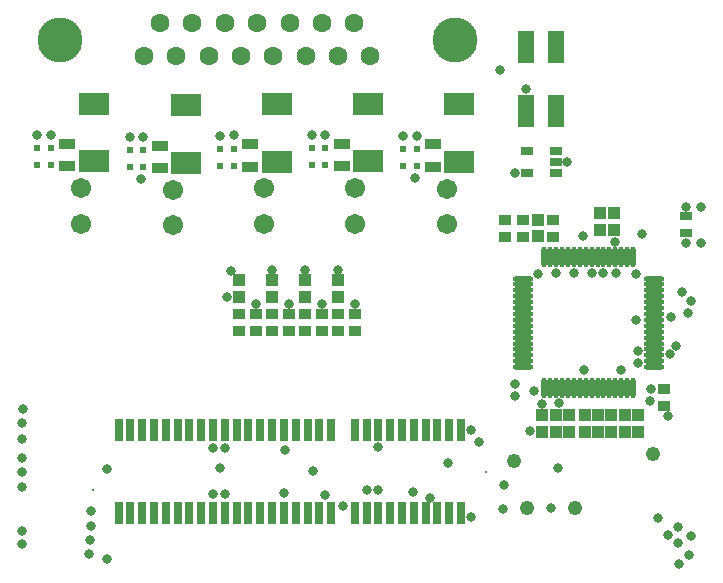
<source format=gts>
%FSLAX25Y25*%
%MOIN*%
G70*
G01*
G75*
G04 Layer_Color=8388736*
%ADD10R,0.03150X0.03150*%
%ADD11O,0.00984X0.05906*%
%ADD12O,0.05906X0.00984*%
%ADD13R,0.03543X0.02559*%
%ADD14R,0.01575X0.01378*%
%ADD15R,0.09449X0.06693*%
%ADD16R,0.04528X0.02756*%
%ADD17R,0.03150X0.02362*%
%ADD18R,0.03543X0.02362*%
%ADD19R,0.05000X0.10000*%
%ADD20C,0.04000*%
%ADD21R,0.02400X0.07400*%
%ADD22C,0.03000*%
%ADD23C,0.00800*%
%ADD24C,0.02000*%
%ADD25C,0.01500*%
%ADD26C,0.02500*%
%ADD27C,0.01000*%
%ADD28C,0.00700*%
%ADD29C,0.01200*%
%ADD30R,0.05700X0.15400*%
%ADD31R,0.07500X0.37100*%
%ADD32R,0.06900X0.17500*%
%ADD33R,0.31800X0.05600*%
%ADD34R,0.45600X0.06300*%
%ADD35R,0.08100X0.04200*%
%ADD36R,0.09200X0.14200*%
%ADD37R,0.09400X0.04200*%
%ADD38R,0.23100X0.07700*%
%ADD39R,0.14800X0.05700*%
%ADD40R,0.03600X0.14100*%
%ADD41R,0.02200X0.05400*%
%ADD42R,0.02158X0.06200*%
%ADD43R,0.22800X0.13900*%
%ADD44C,0.05906*%
%ADD45C,0.05512*%
%ADD46C,0.14173*%
%ADD47C,0.02500*%
%ADD48R,0.09449X0.02992*%
%ADD49R,0.38300X0.04600*%
%ADD50R,0.25500X0.07100*%
%ADD51R,0.15800X0.14200*%
%ADD52R,0.21700X0.05400*%
%ADD53R,0.25000X0.07200*%
%ADD54R,0.23800X0.05800*%
%ADD55R,0.25700X0.08500*%
%ADD56R,0.24900X0.08000*%
%ADD57C,0.02362*%
%ADD58C,0.00984*%
%ADD59C,0.00600*%
%ADD60C,0.00787*%
%ADD61R,0.03950X0.03950*%
%ADD62O,0.01784X0.06706*%
%ADD63O,0.06706X0.01784*%
%ADD64R,0.04343X0.03359*%
%ADD65R,0.02375X0.02178*%
%ADD66R,0.10249X0.07493*%
%ADD67R,0.05328X0.03556*%
%ADD68R,0.03950X0.03162*%
%ADD69R,0.04343X0.03162*%
%ADD70R,0.05800X0.10800*%
%ADD71C,0.04800*%
%ADD72R,0.02800X0.07800*%
%ADD73C,0.06706*%
%ADD74C,0.06312*%
%ADD75C,0.14973*%
%ADD76C,0.00800*%
%ADD77C,0.03300*%
D61*
X313800Y373244D02*
D03*
Y378756D02*
D03*
X346800Y373244D02*
D03*
Y378756D02*
D03*
X335756Y373244D02*
D03*
Y378756D02*
D03*
X324900Y373244D02*
D03*
Y378756D02*
D03*
X438763Y400990D02*
D03*
Y395478D02*
D03*
X434223Y400990D02*
D03*
Y395478D02*
D03*
X446842Y333690D02*
D03*
Y328178D02*
D03*
X433442Y333790D02*
D03*
Y328278D02*
D03*
X437642Y333790D02*
D03*
Y328278D02*
D03*
X442343Y328278D02*
D03*
Y333790D02*
D03*
X429143Y333790D02*
D03*
Y328278D02*
D03*
X414843Y333734D02*
D03*
Y328222D02*
D03*
X419343Y333734D02*
D03*
Y328222D02*
D03*
X423842Y333734D02*
D03*
Y328222D02*
D03*
X413600Y398856D02*
D03*
Y393344D02*
D03*
D62*
X415579Y386384D02*
D03*
X417547D02*
D03*
X419516D02*
D03*
X421484D02*
D03*
X423453D02*
D03*
X425421D02*
D03*
X427390D02*
D03*
X429358D02*
D03*
X431327D02*
D03*
X433295D02*
D03*
X435264D02*
D03*
X437232D02*
D03*
X439201D02*
D03*
X441169D02*
D03*
X443138D02*
D03*
X445106D02*
D03*
Y342684D02*
D03*
X443138D02*
D03*
X441169D02*
D03*
X439201D02*
D03*
X437232D02*
D03*
X435264D02*
D03*
X433295D02*
D03*
X431327D02*
D03*
X429358D02*
D03*
X427390D02*
D03*
X425421D02*
D03*
X423453D02*
D03*
X421484D02*
D03*
X419516D02*
D03*
X417547D02*
D03*
X415579D02*
D03*
D63*
X452193Y379298D02*
D03*
Y377329D02*
D03*
Y375361D02*
D03*
Y373392D02*
D03*
Y371424D02*
D03*
Y369455D02*
D03*
Y367487D02*
D03*
Y365518D02*
D03*
Y363550D02*
D03*
Y361581D02*
D03*
Y359613D02*
D03*
Y357644D02*
D03*
Y355676D02*
D03*
Y353707D02*
D03*
Y351739D02*
D03*
Y349770D02*
D03*
X408492D02*
D03*
Y351739D02*
D03*
Y353707D02*
D03*
Y355676D02*
D03*
Y357644D02*
D03*
Y359613D02*
D03*
Y361581D02*
D03*
Y363550D02*
D03*
Y365518D02*
D03*
Y367487D02*
D03*
Y369455D02*
D03*
Y371424D02*
D03*
Y373392D02*
D03*
Y375361D02*
D03*
Y377329D02*
D03*
Y379298D02*
D03*
D64*
X352434Y361824D02*
D03*
Y367533D02*
D03*
X346934Y361801D02*
D03*
Y367510D02*
D03*
X341434Y361824D02*
D03*
Y367533D02*
D03*
X335934Y361824D02*
D03*
Y367533D02*
D03*
X330434Y361746D02*
D03*
Y367454D02*
D03*
X324934Y361746D02*
D03*
Y367454D02*
D03*
X319434Y361824D02*
D03*
Y367533D02*
D03*
X313934Y361824D02*
D03*
Y367533D02*
D03*
X455300Y342454D02*
D03*
Y336746D02*
D03*
X418600Y398954D02*
D03*
Y393246D02*
D03*
X402600D02*
D03*
Y398954D02*
D03*
X408300Y393246D02*
D03*
Y398954D02*
D03*
D65*
X281900Y422154D02*
D03*
Y416446D02*
D03*
X277300D02*
D03*
Y422154D02*
D03*
X373000Y422500D02*
D03*
Y416791D02*
D03*
X368400D02*
D03*
Y422500D02*
D03*
X342600Y422700D02*
D03*
Y416991D02*
D03*
X338000D02*
D03*
Y422700D02*
D03*
X312200Y422614D02*
D03*
Y416905D02*
D03*
X307600D02*
D03*
Y422614D02*
D03*
X251200Y422700D02*
D03*
Y416991D02*
D03*
X246600D02*
D03*
Y422700D02*
D03*
D66*
X296100Y437100D02*
D03*
Y417809D02*
D03*
X387200Y437446D02*
D03*
Y418154D02*
D03*
X356800Y437646D02*
D03*
Y418354D02*
D03*
X326400Y437560D02*
D03*
Y418268D02*
D03*
X265400Y437646D02*
D03*
Y418354D02*
D03*
D67*
X287300Y416160D02*
D03*
Y423640D02*
D03*
X378400Y416505D02*
D03*
Y423986D02*
D03*
X348000Y416706D02*
D03*
Y424186D02*
D03*
X317600Y416620D02*
D03*
Y424100D02*
D03*
X256600Y416706D02*
D03*
Y424186D02*
D03*
D68*
X462700Y394644D02*
D03*
Y400156D02*
D03*
D69*
X419324Y414360D02*
D03*
Y418100D02*
D03*
Y421840D02*
D03*
X409876D02*
D03*
Y414360D02*
D03*
D70*
X409300Y456648D02*
D03*
Y435152D02*
D03*
X419300D02*
D03*
Y456648D02*
D03*
D71*
X405400Y318600D02*
D03*
X451800Y320900D02*
D03*
X409900Y302700D02*
D03*
X425900Y302900D02*
D03*
D72*
X387787Y328800D02*
D03*
Y301000D02*
D03*
X383850Y328800D02*
D03*
Y301000D02*
D03*
X379913Y328800D02*
D03*
Y301000D02*
D03*
X375976Y328800D02*
D03*
Y301000D02*
D03*
X372039Y328800D02*
D03*
Y301000D02*
D03*
X368102Y328800D02*
D03*
Y301000D02*
D03*
X364165Y328800D02*
D03*
Y301000D02*
D03*
X360228Y328800D02*
D03*
Y301000D02*
D03*
X356291Y328800D02*
D03*
Y301000D02*
D03*
X352354Y328800D02*
D03*
Y301000D02*
D03*
X344480Y328800D02*
D03*
Y301000D02*
D03*
X340543Y328800D02*
D03*
Y301000D02*
D03*
X336606Y328800D02*
D03*
Y301000D02*
D03*
X332669Y328800D02*
D03*
Y301000D02*
D03*
X328732Y328800D02*
D03*
Y301000D02*
D03*
X324795Y328800D02*
D03*
Y301000D02*
D03*
X320858Y328800D02*
D03*
Y301000D02*
D03*
X316921Y328800D02*
D03*
Y301000D02*
D03*
X312984Y328800D02*
D03*
Y301000D02*
D03*
X309047Y328800D02*
D03*
Y301000D02*
D03*
X305110Y328800D02*
D03*
Y301000D02*
D03*
X301173Y328800D02*
D03*
Y301000D02*
D03*
X297236Y328800D02*
D03*
Y301000D02*
D03*
X293299Y328800D02*
D03*
Y301000D02*
D03*
X289362Y328800D02*
D03*
Y301000D02*
D03*
X285425Y328800D02*
D03*
Y301000D02*
D03*
X281488Y328800D02*
D03*
Y301000D02*
D03*
X273614Y328800D02*
D03*
Y301000D02*
D03*
X277551D02*
D03*
Y328800D02*
D03*
D73*
X291900Y408860D02*
D03*
Y397049D02*
D03*
X383000Y409205D02*
D03*
Y397394D02*
D03*
X352600Y409406D02*
D03*
Y397594D02*
D03*
X322200Y409320D02*
D03*
Y397509D02*
D03*
X261200Y409406D02*
D03*
Y397594D02*
D03*
D74*
X282087Y453386D02*
D03*
X292874D02*
D03*
X303661D02*
D03*
X314449D02*
D03*
X357598D02*
D03*
X346811D02*
D03*
X336024D02*
D03*
X325236D02*
D03*
X287480Y464567D02*
D03*
X298268D02*
D03*
X309055D02*
D03*
X352205D02*
D03*
X341417D02*
D03*
X330630D02*
D03*
X319843D02*
D03*
D75*
X385689Y458976D02*
D03*
X253957D02*
D03*
D76*
X396142Y314900D02*
D03*
X265258Y308650D02*
D03*
D77*
X405800Y340200D02*
D03*
Y344300D02*
D03*
X412000Y341900D02*
D03*
X352300Y370934D02*
D03*
X341400D02*
D03*
X330500D02*
D03*
X319434D02*
D03*
X307300Y316000D02*
D03*
X305200Y322900D02*
D03*
X309200D02*
D03*
X305200Y307600D02*
D03*
X309200D02*
D03*
X328700Y307700D02*
D03*
X329000Y322100D02*
D03*
X391100Y328800D02*
D03*
X360200Y323200D02*
D03*
X391100Y299900D02*
D03*
X360228Y308672D02*
D03*
X460300Y284100D02*
D03*
X451000Y342500D02*
D03*
X446800Y355300D02*
D03*
X441200Y348900D02*
D03*
X439200Y391400D02*
D03*
X428600Y393500D02*
D03*
X448200Y394000D02*
D03*
X446118Y365518D02*
D03*
X446700Y351200D02*
D03*
X461300Y374800D02*
D03*
X464300Y371800D02*
D03*
X463600Y367900D02*
D03*
X463900Y287200D02*
D03*
X464600Y293500D02*
D03*
X457900Y366400D02*
D03*
X460250Y291250D02*
D03*
X439500Y381000D02*
D03*
X453600Y299500D02*
D03*
X457300Y354200D02*
D03*
X456700Y293700D02*
D03*
X459300Y356900D02*
D03*
X460000Y296600D02*
D03*
X450900Y338400D02*
D03*
X428900Y348900D02*
D03*
X400700Y448700D02*
D03*
X419500Y381000D02*
D03*
X431300D02*
D03*
X435200Y381100D02*
D03*
X425400D02*
D03*
X446000Y380700D02*
D03*
X420400Y337700D02*
D03*
X311100Y381900D02*
D03*
X324900Y382200D02*
D03*
X346800D02*
D03*
X335756D02*
D03*
X309844Y373244D02*
D03*
X372400Y412700D02*
D03*
X281200Y412500D02*
D03*
X405740Y414360D02*
D03*
X462700Y391300D02*
D03*
Y403300D02*
D03*
X456800Y333600D02*
D03*
X467900Y391100D02*
D03*
Y403100D02*
D03*
X373000Y426900D02*
D03*
X368400Y426800D02*
D03*
X342600Y427100D02*
D03*
X338000D02*
D03*
X312200Y427000D02*
D03*
X307600Y426900D02*
D03*
X281800Y426500D02*
D03*
X277300D02*
D03*
X251200Y427100D02*
D03*
X246600D02*
D03*
X409300Y442600D02*
D03*
X423200Y418100D02*
D03*
X402000Y310500D02*
D03*
X401700Y302600D02*
D03*
X417800Y302700D02*
D03*
X383400Y317900D02*
D03*
X413400Y380900D02*
D03*
X410900Y328544D02*
D03*
X414900Y337600D02*
D03*
X338500Y315100D02*
D03*
X393700Y324700D02*
D03*
X420050Y316050D02*
D03*
X269800Y315800D02*
D03*
X342600Y307100D02*
D03*
X241500Y325800D02*
D03*
X264600Y301900D02*
D03*
X356400Y308900D02*
D03*
X241500Y319400D02*
D03*
Y314700D02*
D03*
Y309800D02*
D03*
X264400Y296700D02*
D03*
X348300Y303400D02*
D03*
X264000Y292200D02*
D03*
X269800Y285900D02*
D03*
X371900Y308000D02*
D03*
X263900Y287400D02*
D03*
X377500Y306100D02*
D03*
X241700Y335700D02*
D03*
X241600Y331200D02*
D03*
X241500Y295300D02*
D03*
Y290900D02*
D03*
M02*

</source>
